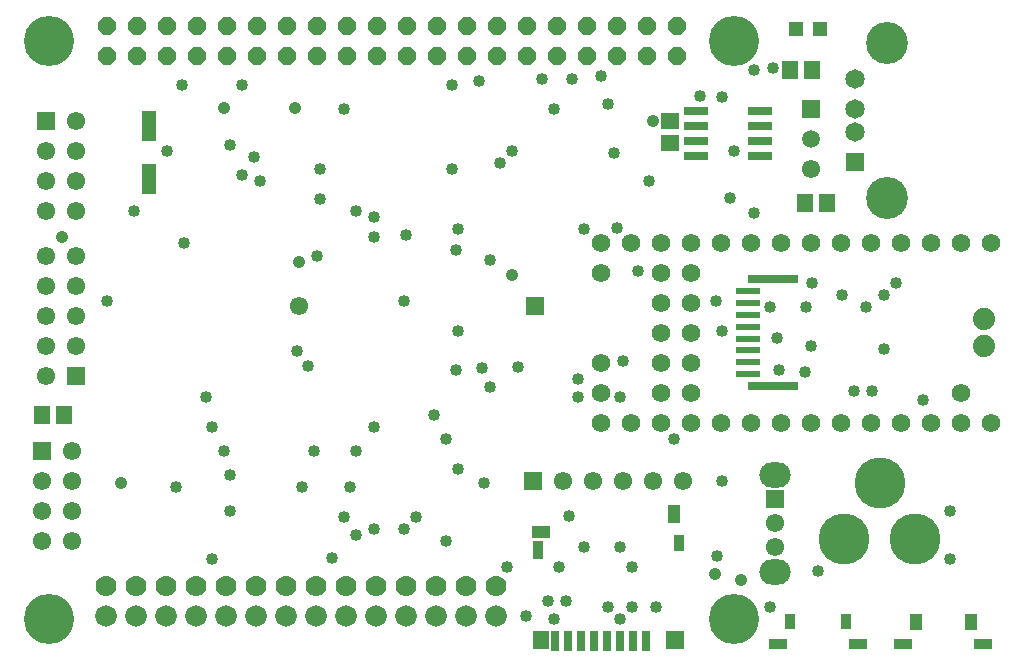
<source format=gts>
G04 DipTrace 3.3.1.3*
G04 Teensy4RPIlike.gts*
%MOIN*%
G04 #@! TF.FileFunction,Soldermask,Top*
G04 #@! TF.Part,Single*
%AMOUTLINE0*
4,1,8,
0.030118,-0.012475,
0.012475,-0.030118,
-0.012475,-0.030118,
-0.030118,-0.012475,
-0.030118,0.012475,
-0.012475,0.030118,
0.012475,0.030118,
0.030118,0.012475,
0.030118,-0.012475,
0*%
%AMOUTLINE1*
4,1,4,
-0.0175,-0.025,
-0.0175,0.025,
0.0175,0.025,
0.0175,-0.025,
-0.0175,-0.025,
0*%
%AMOUTLINE2*
4,1,4,
0.0285,-0.0155,
-0.0285,-0.0155,
-0.0285,0.0155,
0.0285,0.0155,
0.0285,-0.0155,
0*%
%AMOUTLINE3*
4,1,4,
-0.0185,-0.026,
-0.0185,0.026,
0.0185,0.026,
0.0185,-0.026,
-0.0185,-0.026,
0*%
%ADD14C,0.04*%
%ADD27R,0.05X0.1*%
%ADD30C,0.17*%
%ADD31R,0.059055X0.059055*%
%ADD32C,0.059055*%
%ADD33C,0.07*%
%ADD39R,0.07874X0.023622*%
%ADD40R,0.165354X0.027559*%
%ADD44R,0.047244X0.047244*%
%ADD47C,0.06194*%
%ADD48C,0.074*%
%ADD62C,0.167*%
%ADD64C,0.042*%
%ADD66C,0.139795*%
%ADD68C,0.064992*%
%ADD70R,0.064992X0.064992*%
%ADD76O,0.104362X0.084677*%
%ADD82R,0.08074X0.025622*%
%ADD84R,0.059087X0.04137*%
%ADD86R,0.033496X0.061055*%
%ADD88R,0.033496X0.057118*%
%ADD90R,0.04137X0.063024*%
%ADD92R,0.029559X0.070898*%
%ADD94C,0.072*%
%ADD96C,0.061055*%
%ADD98R,0.061055X0.061055*%
%ADD102R,0.053181X0.061055*%
%ADD104R,0.061055X0.053181*%
%ADD110OUTLINE0*%
%ADD111OUTLINE1*%
%ADD112OUTLINE2*%
%ADD113OUTLINE3*%
%FSLAX26Y26*%
G04*
G70*
G90*
G75*
G01*
G04 TopMask*
%LPD*%
D64*
X768033Y987388D3*
X2836566Y662422D3*
X2749075Y681170D3*
X1349222Y2237256D3*
X1111747D3*
X2542847Y2193511D3*
X574304Y1806052D3*
X2074146Y1681065D3*
X1361737Y1722480D3*
D62*
X2814333Y531495D3*
X530868D3*
Y2460629D3*
X2814333D3*
D14*
X2117892Y543684D3*
X3273073Y1293700D3*
X2773073Y2273700D3*
X2942805Y2368493D3*
X2961553Y1362348D3*
X2213073Y533700D3*
X2433073Y1273700D3*
X2442857Y1393595D3*
X2773073Y1493700D3*
X3093073Y693700D3*
X3253073Y1573700D3*
X3053073D3*
X2955304Y1468587D3*
X2253073Y593700D3*
X2613073Y1133700D3*
X2433073Y533700D3*
Y773700D3*
X2313073D3*
X2933073Y1573700D3*
X2230380Y706167D3*
X2473073Y573700D3*
X2474104Y706167D3*
X3442752Y1262359D3*
X2553073Y573700D3*
X2173073Y2333700D3*
X2193073Y593700D3*
X3353073Y1653700D3*
X3073073D3*
X1961658Y2324747D3*
X2273073Y2333700D3*
X2367865Y2343495D3*
X1513073Y873700D3*
Y2233700D3*
X2813073Y2093700D3*
X3313073Y1613700D3*
X3173073D3*
X2213073Y2233700D3*
X1213073Y2073700D3*
X1113073Y1093700D3*
X1413073D3*
X2880312Y1887293D3*
X2073073Y2093700D3*
X1424214Y1743558D3*
X1999154Y1731060D3*
X2033073Y2053700D3*
X2313073Y1833700D3*
X1893073D3*
Y1493700D3*
X1873073Y2313700D3*
X1173073D3*
X1873073Y2033700D3*
X1433073D3*
Y1933700D3*
X3313073Y1433700D3*
X1980406Y987388D3*
X1553073Y1093700D3*
Y1893700D3*
X1611695Y1806052D3*
X2424109Y1837298D3*
X1613073Y1873700D3*
X813073Y1893700D3*
X1711684Y1593574D3*
X724288D3*
X1717934Y1812301D3*
X1813073Y1213700D3*
X2261627Y874899D3*
X1753073Y873700D3*
X1613073Y833700D3*
X1713073D3*
X1613073Y1173700D3*
X1073073Y733700D3*
Y1173700D3*
X1133073Y893700D3*
Y1013700D3*
X1886666Y1362348D3*
X1974157Y1368598D3*
X1893073Y1033700D3*
X2799070Y1937288D3*
X1133073Y2113700D3*
X1373073Y973700D3*
X953073D3*
X924267Y2093522D3*
X2699081Y2274752D3*
X2880312Y2362243D3*
X2773073Y993700D3*
X1553073Y813700D3*
X1533073Y973700D3*
X3067792Y1443590D3*
X3213073Y1293700D3*
X1853073Y793700D3*
X973073Y2313700D3*
X980511Y1787304D3*
X1886666Y1762306D3*
X1853073Y1133700D3*
X1473073Y735700D3*
X1053073Y1273700D3*
X2293073Y1333700D3*
X1999154Y1306104D3*
X1392968Y1374847D3*
X1355472Y1424842D3*
X2493073Y1693700D3*
X1233073Y1993700D3*
X2530348Y1993532D3*
X2411611Y2087272D3*
X1173073Y2013700D3*
X2392863Y2249755D3*
X2933073Y573700D3*
X2755325Y743663D3*
X2055398Y706167D3*
X2093073Y1373700D3*
X2293073Y1273700D3*
X2393073Y573700D3*
X3049044Y1356099D3*
X3533073Y733700D3*
Y893700D3*
X2753073Y1593700D3*
D27*
X861773Y1999781D3*
Y2174781D3*
D104*
X2599091Y2193511D3*
Y2118708D3*
D102*
X580540Y1212230D3*
X505737D3*
X3124036Y1918540D3*
X3049233D3*
D30*
X3180280Y799907D3*
X3416501D3*
X3298390Y984947D3*
D98*
X2143073Y993700D3*
D96*
X2243073D3*
X2343073D3*
X2443073D3*
X2543073D3*
X2643073D3*
D33*
X2018073Y643700D3*
X1918073D3*
X1818073D3*
X1718073D3*
X1618073D3*
X1518073D3*
X1418073D3*
X1318073D3*
X1218073D3*
X1118073D3*
X1018073D3*
X918073D3*
X818073D3*
X718073D3*
D94*
X2018073Y543700D3*
X1918073D3*
X1818073D3*
X1718073D3*
X1618073D3*
X1518073D3*
X1418073D3*
X1318073D3*
X1218073D3*
X1118073D3*
X1018073D3*
X918073D3*
X818073D3*
X718073D3*
D98*
X618073Y1343700D3*
D96*
X518073D3*
X618073Y1443700D3*
X518073D3*
X618073Y1543700D3*
X518073D3*
X618073Y1643700D3*
X518073D3*
X618073Y1743700D3*
X518073D3*
D31*
X3068073Y2233700D3*
D32*
Y2133700D3*
D96*
Y2033700D3*
D92*
X2215002Y457985D3*
X2258348D3*
X2301616D3*
X2344949Y457972D3*
X2388256D3*
X2431550D3*
X2474871D3*
X2518151Y457985D3*
D102*
X2167797Y462709D3*
D98*
X2614648D3*
D90*
X2612272Y883365D3*
D88*
X2628401Y787696D3*
D86*
X2157955Y762079D3*
D84*
X2170514Y821134D3*
D39*
X2860889Y1349642D3*
Y1389012D3*
Y1428382D3*
Y1507123D3*
Y1467752D3*
Y1546493D3*
Y1585863D3*
Y1625233D3*
D40*
X2943566Y1310272D3*
Y1664603D3*
D110*
X722600Y2410629D3*
Y2510629D3*
X822600Y2410629D3*
Y2510629D3*
X922600Y2410629D3*
Y2510629D3*
X1022600Y2410629D3*
Y2510629D3*
X1122600Y2410629D3*
Y2510629D3*
X1222600Y2410629D3*
Y2510629D3*
X1322600Y2410629D3*
Y2510629D3*
X1422600Y2410629D3*
Y2510629D3*
X1522600Y2410629D3*
Y2510629D3*
X1622600Y2410629D3*
Y2510629D3*
X1722600Y2410629D3*
Y2510629D3*
X1822600Y2410629D3*
Y2510629D3*
X1922600Y2410629D3*
Y2510629D3*
X2022600Y2410629D3*
Y2510629D3*
X2122600Y2410629D3*
Y2510629D3*
X2222600Y2410629D3*
Y2510629D3*
X2322600Y2410629D3*
Y2510629D3*
X2422600Y2410629D3*
Y2510629D3*
X2522600Y2410629D3*
Y2510629D3*
X2622600Y2410629D3*
Y2510629D3*
D98*
X2149138Y1574826D3*
D96*
X1361737D3*
D111*
X3000573Y523700D3*
X3185573D3*
D112*
X2960073Y449200D3*
X3226073D3*
D98*
X505561Y1093700D3*
D96*
X605561D3*
X505561Y993700D3*
X605561D3*
X505561Y893700D3*
X605561D3*
X505561Y793700D3*
X605561D3*
D98*
X518073Y2193700D3*
D96*
X618073D3*
X518073Y2093700D3*
X618073D3*
X518073Y1993700D3*
X618073D3*
X518073Y1893700D3*
X618073D3*
D113*
X3417755Y523700D3*
X3602755D3*
D112*
X3377255Y449200D3*
X3643255D3*
D44*
X3017797Y2499729D3*
X3100474D3*
D102*
X3074041Y2362243D3*
X2999238D3*
D98*
X2949054Y931144D3*
D96*
Y852403D3*
Y773663D3*
D76*
Y1013821D3*
Y690986D3*
D47*
X3668073Y1787417D3*
X3568073D3*
X3468073D3*
X3368073D3*
X3268073D3*
X3168073D3*
X3068073D3*
X2968073D3*
X2868073D3*
X2768073D3*
X2668073D3*
X2568073D3*
X2468073D3*
X2368073D3*
Y1687417D3*
Y1387417D3*
Y1287417D3*
Y1187417D3*
X2468073D3*
X2568073D3*
X2668073D3*
X2768073D3*
X2868073D3*
X2968073D3*
X3068073D3*
X3168073D3*
X3268073D3*
X3368073D3*
X3468073D3*
X3568073D3*
X3668073D3*
X3568073Y1287417D3*
D48*
X3646073Y1442417D3*
D47*
X2668073Y1687417D3*
X2568073Y1587417D3*
Y1487417D3*
D48*
X3646073Y1532417D3*
D47*
X2568073Y1687417D3*
X2668073Y1587417D3*
Y1487417D3*
Y1387417D3*
Y1287417D3*
X2568073Y1387417D3*
Y1287417D3*
D82*
X2686582Y2224758D3*
Y2174758D3*
Y2124758D3*
Y2074758D3*
X2899180D3*
Y2124758D3*
Y2174758D3*
Y2224758D3*
D70*
X3214726Y2057086D3*
D68*
Y2155511D3*
Y2234251D3*
Y2332676D3*
D66*
X3321419Y1936220D3*
Y2453543D3*
M02*

</source>
